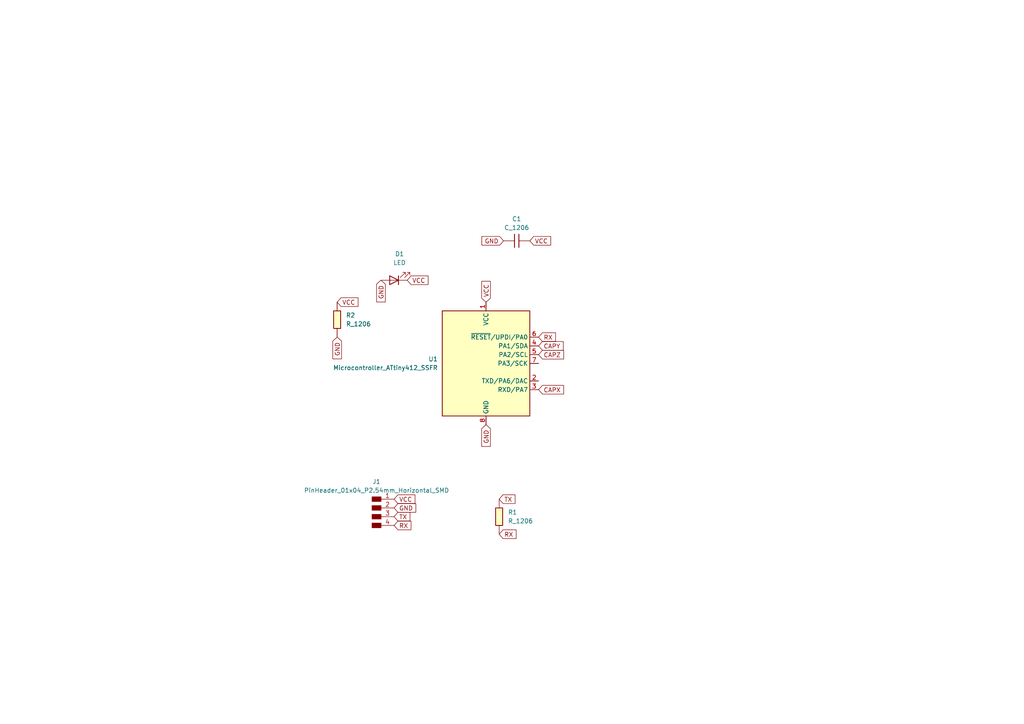
<source format=kicad_sch>
(kicad_sch (version 20231120) (generator "eeschema") (generator_version "8.0")
  (paper "A4")
  (lib_symbols
    (symbol "Device:LED" (pin_numbers hide) (pin_names (offset 1.016) hide)
      (property "Reference" "D" (at 0 2.54 0))
      (property "Value" "LED" (at 0 -2.54 0))
      (symbol "LED_0_1"
        (polyline (pts (xy -1.27 -1.27) (xy -1.27 1.27)) (stroke (width 0.254)))
        (polyline (pts (xy -1.27 0) (xy 1.27 0)))
        (polyline (pts (xy 1.27 -1.27) (xy 1.27 1.27) (xy -1.27 0) (xy 1.27 -1.27)) (stroke (width 0.254)))
        (polyline (pts (xy -3.048 -0.762) (xy -4.572 -2.286) (xy -3.81 -2.286) (xy -4.572 -2.286) (xy -4.572 -1.524)))
        (polyline (pts (xy -1.778 -0.762) (xy -3.302 -2.286) (xy -2.54 -2.286) (xy -3.302 -2.286) (xy -3.302 -1.524)))
      )
      (symbol "LED_1_1"
        (pin passive line (at -3.81 0 0) (length 2.54) (name "K") (number "1"))
        (pin passive line (at 3.81 0 180) (length 2.54) (name "A") (number "2"))
      )
    )
    (symbol "fab:C_1206" (pin_numbers hide)
      (property "Reference" "C" (at 0.635 2.54 0))
      (property "Value" "C_1206" (at 0.635 -2.54 0))
      (symbol "C_1206_1_1"
        (polyline (pts (xy -1.905 -0.635) (xy 1.905 -0.635)) (stroke (width 0.25)))
        (polyline (pts (xy -1.905 0.635) (xy 1.905 0.635)) (stroke (width 0.25)))
        (pin passive line (at 0 3.81 270) (length 3.175) (name "~") (number "1"))
        (pin passive line (at 0 -3.81 90) (length 3.175) (name "~") (number "2"))
      )
    )
    (symbol "fab:Microcontroller_ATtiny412_SSFR"
      (property "Reference" "U" (at -12.7 17.78 0))
      (property "Value" "Microcontroller_ATtiny412_SSFR" (at 2.54 17.78 0))
      (symbol "Microcontroller_ATtiny412_SSFR_0_1"
        (rectangle (start -12.7 -15.24) (end 12.7 15.24) (stroke (width 0.254)) (fill (type background)))
      )
      (symbol "Microcontroller_ATtiny412_SSFR_1_1"
        (pin power_in line (at 0 17.78 270) (length 2.54) (name "VCC") (number "1"))
        (pin bidirectional line (at 15.24 -5.08 180) (length 2.54) (name "TXD/PA6/DAC") (number "2"))
        (pin bidirectional line (at 15.24 -7.62 180) (length 2.54) (name "RXD/PA7") (number "3"))
        (pin bidirectional line (at 15.24 5.08 180) (length 2.54) (name "PA1/SDA") (number "4"))
        (pin bidirectional line (at 15.24 2.54 180) (length 2.54) (name "PA2/SCL") (number "5"))
        (pin bidirectional line (at 15.24 7.62 180) (length 2.54) (name "~{RESET}/UPDI/PA0") (number "6"))
        (pin bidirectional line (at 15.24 0 180) (length 2.54) (name "PA3/SCK") (number "7"))
        (pin power_in line (at 0 -17.78 90) (length 2.54) (name "GND") (number "8"))
      )
    )
    (symbol "fab:PinHeader_01x04_P2.54mm_Horizontal_SMD" (pin_names hide)
      (property "Reference" "J" (at 0 5.08 0))
      (property "Value" "PinHeader_01x04_P2.54mm_Horizontal_SMD" (at 0 -7.62 0))
      (symbol "PinHeader_01x04_P2.54mm_Horizontal_SMD_1_1"
        (rectangle (start -1.27 -4.445) (end 1.27 -5.715) (stroke (width 0.254)) (fill (type outline)))
        (rectangle (start -1.27 -1.905) (end 1.27 -3.175) (stroke (width 0.254)) (fill (type outline)))
        (rectangle (start -1.27 0.635) (end 1.27 -0.635) (stroke (width 0.254)) (fill (type outline)))
        (rectangle (start -1.27 3.175) (end 1.27 1.905) (stroke (width 0.254)) (fill (type outline)))
        (pin passive line (at 5.08 2.54 180) (length 3.81) (name "Pin_1") (number "1"))
        (pin passive line (at 5.08 0 180) (length 3.81) (name "Pin_2") (number "2"))
        (pin passive line (at 5.08 -2.54 180) (length 3.81) (name "Pin_3") (number "3"))
        (pin passive line (at 5.08 -5.08 180) (length 3.81) (name "Pin_4") (number "4"))
      )
    )
    (symbol "fab:R_1206" (pin_numbers hide) (pin_names (offset 0))
      (property "Reference" "R" (at 2.54 0 90))
      (property "Value" "R_1206" (at -2.54 0 90))
      (symbol "R_1206_0_1"
        (rectangle (start -1.016 -2.54) (end 1.016 2.54) (stroke (width 0.254)) (fill (type background)))
      )
      (symbol "R_1206_1_1"
        (pin passive line (at 0 5.08 270) (length 2.54) (name "~") (number "1"))
        (pin passive line (at 0 -5.08 90) (length 2.54) (name "~") (number "2"))
      )
    )
  )
  (global_label "VCC" (shape input) (at 114.3 144.78 0) (property "Intersheetrefs" "${INTERSHEET_REFS}" (effects (hide yes))))
  (global_label "GND" (shape input) (at 114.3 147.32 0) (property "Intersheetrefs" "${INTERSHEET_REFS}" (effects (hide yes))))
  (global_label "GND" (shape input) (at 110.49 81.28 270) (property "Intersheetrefs" "${INTERSHEET_REFS}" (effects (hide yes))))
  (global_label "GND" (shape input) (at 140.97 123.19 270) (property "Intersheetrefs" "${INTERSHEET_REFS}" (effects (hide yes))))
  (global_label "GND" (shape input) (at 97.79 97.79 270) (property "Intersheetrefs" "${INTERSHEET_REFS}" (effects (hide yes))))
  (global_label "VCC" (shape input) (at 153.67 69.85 0) (property "Intersheetrefs" "${INTERSHEET_REFS}" (effects (hide yes))))
  (global_label "CAPY" (shape input) (at 156.21 100.33 0) (property "Intersheetrefs" "${INTERSHEET_REFS}" (effects (hide yes))))
  (global_label "VCC" (shape input) (at 118.11 81.28 0) (property "Intersheetrefs" "${INTERSHEET_REFS}" (effects (hide yes))))
  (global_label "VCC" (shape input) (at 97.79 87.63 0) (property "Intersheetrefs" "${INTERSHEET_REFS}" (effects (hide yes))))
  (global_label "RX" (shape input) (at 114.3 152.4 0) (property "Intersheetrefs" "${INTERSHEET_REFS}" (effects (hide yes))))
  (global_label "CAPZ" (shape input) (at 156.21 102.87 0) (property "Intersheetrefs" "${INTERSHEET_REFS}" (effects (hide yes))))
  (global_label "VCC" (shape input) (at 140.97 87.63 90) (property "Intersheetrefs" "${INTERSHEET_REFS}" (effects (hide yes))))
  (global_label "GND" (shape input) (at 146.05 69.85 180) (property "Intersheetrefs" "${INTERSHEET_REFS}" (effects (hide yes))))
  (global_label "RX" (shape input) (at 156.21 97.79 0) (property "Intersheetrefs" "${INTERSHEET_REFS}" (effects (hide yes))))
  (global_label "RX" (shape input) (at 144.78 154.94 0) (property "Intersheetrefs" "${INTERSHEET_REFS}" (effects (hide yes))))
  (global_label "CAPX" (shape input) (at 156.21 113.03 0) (property "Intersheetrefs" "${INTERSHEET_REFS}" (effects (hide yes))))
  (global_label "TX" (shape input) (at 114.3 149.86 0) (property "Intersheetrefs" "${INTERSHEET_REFS}" (effects (hide yes))))
  (global_label "TX" (shape input) (at 144.78 144.78 0) (property "Intersheetrefs" "${INTERSHEET_REFS}" (effects (hide yes))))
  (symbol (lib_id "fab:R_1206") (at 144.78 149.86 0) (unit 1)
    (property "Reference" "R1" (at 147.32 148.5899 0) (effects (justify left)))
    (property "Value" "R_1206" (at 147.32 151.1299 0) (effects (justify left)))
    (property "Footprint" "fab:R_1206" (effects (hide yes)))
    (property "Description" "Resistor" (effects (hide yes)))
  )
  (symbol (lib_id "fab:R_1206") (at 97.79 92.71 0) (unit 1)
    (property "Reference" "R2" (at 100.33 91.4399 0) (effects (justify left)))
    (property "Value" "R_1206" (at 100.33 93.9799 0) (effects (justify left)))
    (property "Footprint" "fab:R_1206" (effects (hide yes)))
    (property "Description" "Resistor" (effects (hide yes)))
  )
  (symbol (lib_id "Device:LED") (at 114.3 81.28 180) (unit 1)
    (property "Reference" "D1" (at 115.8875 73.66 0))
    (property "Value" "LED" (at 115.8875 76.2 0))
    (property "Footprint" "fab:LED_1206" (effects (hide yes)))
    (property "Description" "Light emitting diode" (effects (hide yes)))
  )
  (symbol (lib_id "fab:Microcontroller_ATtiny412_SSFR") (at 140.97 105.41 0) (unit 1)
    (property "Reference" "U1" (at 127 104.1399 0) (effects (justify right)))
    (property "Value" "Microcontroller_ATtiny412_SSFR" (at 127 106.6799 0) (effects (justify right)))
    (property "Footprint" "fab:SOIC-8_3.9x4.9mm_P1.27mm" (effects (hide yes)))
    (property "Datasheet" "http://ww1.microchip.com/downloads/en/DeviceDoc/40001911A.pdf" (effects (hide yes)))
    (property "Description" "AVR tinyAVR™ 1 Microcontroller IC 8-Bit 20MHz 4KB (4K x 8) FLASH 8-SOIC" (effects (hide yes)))
  )
  (symbol (lib_id "fab:PinHeader_01x04_P2.54mm_Horizontal_SMD") (at 109.22 147.32 0) (unit 1)
    (property "Reference" "J1" (at 109.22 139.7 0))
    (property "Value" "PinHeader_01x04_P2.54mm_Horizontal_SMD" (at 109.22 142.24 0))
    (property "Footprint" "fab:PinHeader_01x04_P2.54mm_Horizontal_SMD" (effects (hide yes)))
    (property "Description" "Male connector, single row" (effects (hide yes)))
  )
  (symbol (lib_id "fab:C_1206") (at 149.86 69.85 270) (unit 1)
    (property "Reference" "C1" (at 149.86 63.5 90))
    (property "Value" "C_1206" (at 149.86 66.04 90))
    (property "Footprint" "fab:C_1206" (effects (hide yes)))
    (property "Datasheet" "https://www.yageo.com/upload/media/product/productsearch/datasheet/mlcc/UPY-GP_NP0_16V-to-50V_18.pdf" (effects (hide yes)))
    (property "Description" "Unpolarized capacitor, SMD, 1206" (effects (hide yes)))
  )
)
</source>
